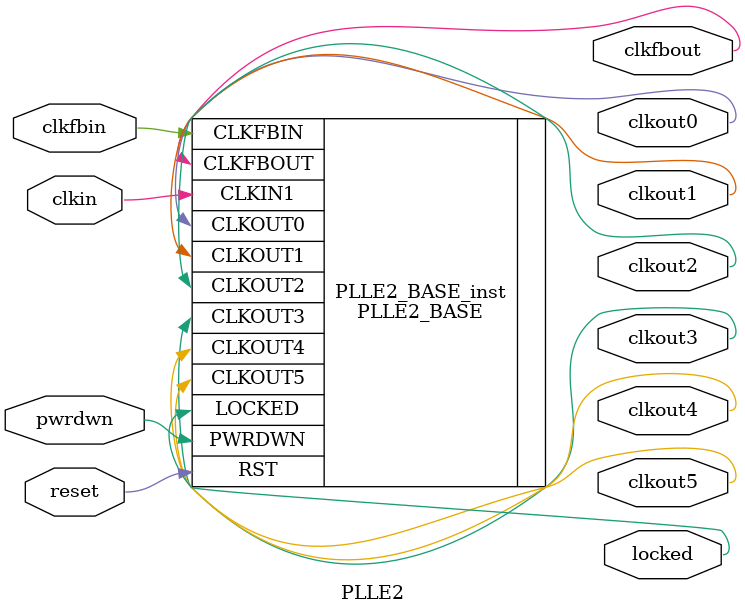
<source format=v>

module PLLE2 #(
	       parameter BANDWIDTH = "OPTIMIZED",
	       parameter CLK_PERIOD = 0.0,
	       parameter BASE_MULT = 2,
	       parameter BASE_DIVIDE = 1,
	       parameter CLK0_DIVIDE = 1,
	       parameter CLK1_DIVIDE = 1,
	       parameter CLK2_DIVIDE = 1,
	       parameter CLK3_DIVIDE = 1,
	       parameter CLK4_DIVIDE = 1,
	       parameter CLK5_DIVIDE = 1,
	       parameter CLK0_DUTY_CYCLE = 0.5,
	       parameter CLK1_DUTY_CYCLE = 0.5,
	       parameter CLK2_DUTY_CYCLE = 0.5,
	       parameter CLK3_DUTY_CYCLE = 0.5,
	       parameter CLK4_DUTY_CYCLE = 0.5,
	       parameter CLK5_DUTY_CYCLE = 0.5,
	       parameter CLK0_PHASE = 0.0,
	       parameter CLK1_PHASE = 0.0,
	       parameter CLK2_PHASE = 0.0,
	       parameter CLK3_PHASE = 0.0,
	       parameter CLK4_PHASE = 0.0,
	       parameter CLK5_PHASE = 0.0,
	       )
   (clkin, reset, pwrdwn, clkout0, clkout1, clkout2, clkout3, clkout4, clkout5, clkfbout, clkfbin, locked);
   input clkin, reset, pwrdwn, clkfbin;
   output clkout0, clkout1, clkout2, clkout3, clkout4, clkout5, clkfbout, locked;

   PLLE2_BASE #(
		.BANDWIDTH(BANDWIDTH),      // OPTIMIZED, HIGH, LOW
		.CLKFBOUT_MULT(BASE_MULT),  // Multiply value for all CLKOUT, (2-64)
		.CLKFBOUT_PHASE(0.0),       // Phase offset in degrees of CLKFB, (-360.000-360.000).
		.CLKIN1_PERIOD(62.5), // Input clock period in ns to ps resolution (i.e. 33.333 is 30 MHz).
		// CLKOUT0_DIVIDE - CLKOUT5_DIVIDE: Divide amount for each CLKOUT (1-128)
		.CLKOUT0_DIVIDE(CLK0_DIVIDE),
		.CLKOUT1_DIVIDE(CLK1_DIVIDE),
		.CLKOUT2_DIVIDE(CLK2_DIVIDE),
		.CLKOUT3_DIVIDE(CLK3_DIVIDE),
		.CLKOUT4_DIVIDE(CLK4_DIVIDE),
		.CLKOUT5_DIVIDE(CLK5_DIVIDE),
		// CLKOUT0_DUTY_CYCLE - CLKOUT5_DUTY_CYCLE: Duty cycle for each CLKOUT (0.001-0.999).
		.CLKOUT0_DUTY_CYCLE(CLK0_DUTY_CYCLE),
		.CLKOUT1_DUTY_CYCLE(CLK1_DUTY_CYCLE),
		.CLKOUT2_DUTY_CYCLE(CLK2_DUTY_CYCLE),
		.CLKOUT3_DUTY_CYCLE(CLK3_DUTY_CYCLE),
		.CLKOUT4_DUTY_CYCLE(CLK4_DUTY_CYCLE),
		.CLKOUT5_DUTY_CYCLE(CLK5_DUTY_CYCLE),
		// CLKOUT0_PHASE - CLKOUT5_PHASE: Phase offset for each CLKOUT (-360.000-360.000).
		.CLKOUT0_PHASE(CLK0_PHASE),
		.CLKOUT1_PHASE(CLK1_PHASE),
		.CLKOUT2_PHASE(CLK2_PHASE),
		.CLKOUT3_PHASE(CLK3_PHASE),
		.CLKOUT4_PHASE(CLK4_PHASE),
		.CLKOUT5_PHASE(CLK5_PHASE),
		.DIVCLK_DIVIDE(BASE_DIVIDE),  // Master division value, (1-56)
		.REF_JITTER1(0.0),            // Reference input jitter in UI, (0.000-0.999).
		.STARTUP_WAIT("FALSE")        // Delay DONE until PLL Locks, ("TRUE"/"FALSE")
		)
   PLLE2_BASE_inst (
		    // Clock Outputs: 1-bit (each) output: User configurable clock outputs
		    .CLKOUT0(clkout0),
		    .CLKOUT1(clkout1),
		    .CLKOUT2(clkout2),
		    .CLKOUT3(clkout3),
		    .CLKOUT4(clkout4),
		    .CLKOUT5(clkout5),
		    // Feedback Clocks: 1-bit (each) output: Clock feedback ports
		    .CLKFBOUT(clkfbout), // 1-bit output: Feedback clock
		    // Status Port: 1-bit (each) output: PLL status ports
		    .LOCKED(locked),     // 1-bit output: LOCK
		    // Clock Input: 1-bit (each) input: Clock input
		    .CLKIN1(clkin),     // 1-bit input: Input clock
		    // Control Ports: 1-bit (each) input: PLL control ports
		    .PWRDWN(pwrdwn),     // 1-bit input: Power-down
		    .RST(reset),           // 1-bit input: Reset
		    // Feedback Clocks: 1-bit (each) input: Clock feedback ports
		    .CLKFBIN(clkfbin)    // 1-bit input: Feedback clock
		    ); // End of PLLE2_BASE_inst instantiation
endmodule


/*
module MMCME2 #(
		)
   ();

   //
   // MMCME2_BASE: Base Mixed Mode Clock Manager
   // 7 Series
   // Xilinx HDL Libraries Guide, version 2012.2
   MMCME2_BASE #(
		 .BANDWIDTH("OPTIMIZED"), // Jitter programming (OPTIMIZED, HIGH, LOW)
		 .CLKFBOUT_MULT_F(5.0),   // Multiply value for all CLKOUT (2.000-64.000).
		 .CLKFBOUT_PHASE(0.0),    // Phase offset in degrees of CLKFB (-360.000-360.000).
		 .CLKIN1_PERIOD(0.0),     // Input clock period in ns to ps resolution (i.e. 33.333 is 30 MHz).
		 // CLKOUT0_DIVIDE - CLKOUT6_DIVIDE: Divide amount for each CLKOUT (1-128)
		 .CLKOUT1_DIVIDE(1),
		 .CLKOUT2_DIVIDE(1),
		 .CLKOUT3_DIVIDE(1),
		 .CLKOUT4_DIVIDE(1),
		 .CLKOUT5_DIVIDE(1),
		 .CLKOUT6_DIVIDE(1),
		 .CLKOUT0_DIVIDE_F(1.0),  // Divide amount for CLKOUT0 (1.000-128.000).
		 // CLKOUT0_DUTY_CYCLE - CLKOUT6_DUTY_CYCLE: Duty cycle for each CLKOUT (0.01-0.99).
		 .CLKOUT0_DUTY_CYCLE(0.5),
		 .CLKOUT1_DUTY_CYCLE(0.5),
		 .CLKOUT2_DUTY_CYCLE(0.5),
		 .CLKOUT3_DUTY_CYCLE(0.5),
		 .CLKOUT4_DUTY_CYCLE(0.5),
		 .CLKOUT5_DUTY_CYCLE(0.5),
		 .CLKOUT6_DUTY_CYCLE(0.5),
		 // CLKOUT0_PHASE - CLKOUT6_PHASE: Phase offset for each CLKOUT (-360.000-360.000).
		 .CLKOUT0_PHASE(0.0),
		 .CLKOUT1_PHASE(0.0),
		 .CLKOUT2_PHASE(0.0),
		 .CLKOUT3_PHASE(0.0),
		 .CLKOUT4_PHASE(0.0),
		 .CLKOUT5_PHASE(0.0),
		 .CLKOUT6_PHASE(0.0),
		 .CLKOUT4_CASCADE("FALSE"), // Cascade CLKOUT4 counter with CLKOUT6 (FALSE, TRUE)
		 .DIVCLK_DIVIDE(1),         // Master division value (1-106)
		 .REF_JITTER1(0.0),         // Reference input jitter in UI (0.000-0.999).
		 .STARTUP_WAIT("FALSE")     // Delays DONE until MMCM is locked (FALSE, TRUE)
		 )
   MMCME2_BASE_inst (
		     // Clock Outputs: 1-bit (each) output: User configurable clock outputs
		     .CLKOUT0(CLKOUT0),     // 1-bit output: CLKOUT0
		     .CLKOUT0B(CLKOUT0B),   // 1-bit output: Inverted CLKOUT0
		     .CLKOUT1(CLKOUT1),     // 1-bit output: CLKOUT1
		     .CLKOUT1B(CLKOUT1B),   // 1-bit output: Inverted CLKOUT1
		     .CLKOUT2(CLKOUT2),     // 1-bit output: CLKOUT2
		     .CLKOUT2B(CLKOUT2B),   // 1-bit output: Inverted CLKOUT2
		     .CLKOUT3(CLKOUT3),     // 1-bit output: CLKOUT3
		     .CLKOUT3B(CLKOUT3B),   // 1-bit output: Inverted CLKOUT3
		     .CLKOUT4(CLKOUT4),     // 1-bit output: CLKOUT4
		     .CLKOUT5(CLKOUT5),     // 1-bit output: CLKOUT5
		     .CLKOUT6(CLKOUT6),     // 1-bit output: CLKOUT6
		     // Feedback Clocks: 1-bit (each) output: Clock feedback ports
		     .CLKFBOUT(CLKFBOUT),   // 1-bit output: Feedback clock
		     .CLKFBOUTB(CLKFBOUTB), // 1-bit output: Inverted CLKFBOUT
		     // Status Ports: 1-bit (each) output: MMCM status ports
		     .LOCKED(LOCKED),       // 1-bit output: LOCK
		     // Clock Inputs: 1-bit (each) input: Clock input
		     .CLKIN1(CLKIN1),       // 1-bit input: Clock
		     // Control Ports: 1-bit (each) input: MMCM control ports
		     .PWRDWN(PWRDWN),       // 1-bit input: Power-down
		     .RST(RST),             // 1-bit input: Reset
		     // Feedback Clocks: 1-bit (each) input: Clock feedback ports
		     .CLKFBIN(CLKFBIN)      // 1-bit input: Feedback clock
		     );
endmodule
*/

</source>
